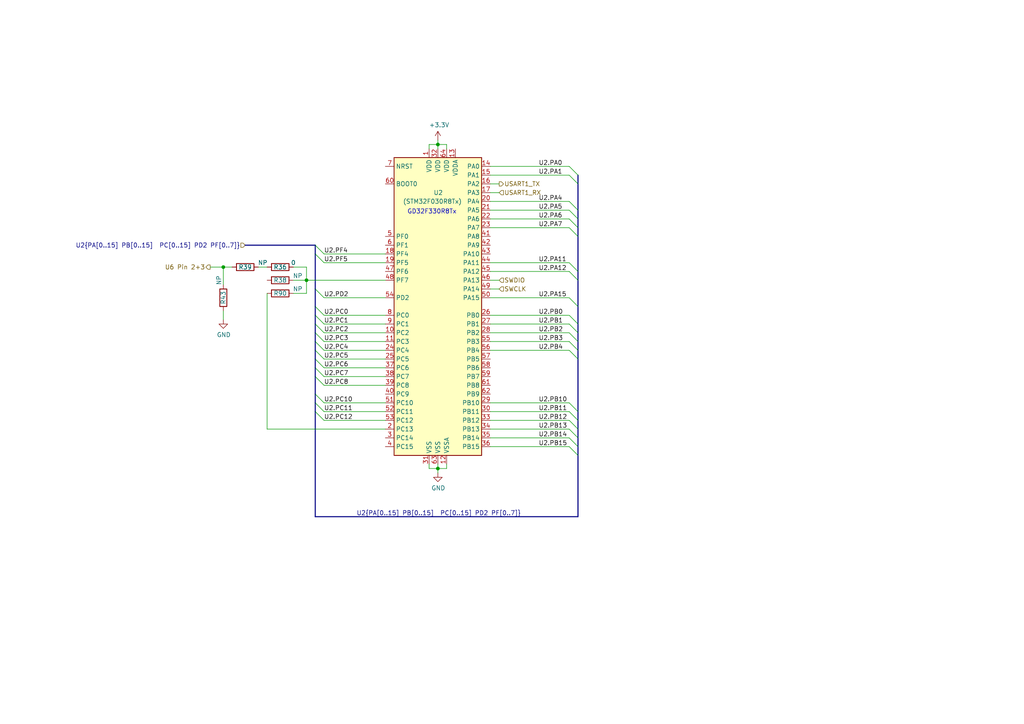
<source format=kicad_sch>
(kicad_sch (version 20211123) (generator eeschema)
  (paper "A4")
  (title_block (title "YardForce Classic 500B CoverUI") (date "2023-08-12") (rev "0.1") (comment 1 "(c) Apehaenger") (comment 2 "For https://openmower.de"))
  (lib_symbols
    (symbol "Device:R" (pin_numbers hide) (pin_names (offset 0))
      (property "Reference" "R" (at 2.032 0 90))
      (property "Value" "R" (at 0 0 90))
      (symbol "R_0_1"
        (rectangle (start -1.016 -2.54) (end 1.016 2.54) (stroke (width 0.254)))
      )
      (symbol "R_1_1"
        (pin passive line (at 0 3.81 270) (length 1.27) (name "~") (number "1"))
        (pin passive line (at 0 -3.81 90) (length 1.27) (name "~") (number "2"))
      )
    )
    (symbol "MCU_ST_STM32F0:STM32F030R8Tx"
      (property "Reference" "U" (at -12.7 44.45 0))
      (property "Value" "STM32F030R8Tx" (at 7.62 44.45 0))
      (symbol "STM32F030R8Tx_0_1"
        (rectangle (start -12.7 -43.18) (end 12.7 43.18) (stroke (width 0.254)) (fill (type background)))
      )
      (symbol "STM32F030R8Tx_1_1"
        (pin power_in line (at -2.54 45.72 270) (length 2.54) (name "VDD") (number "1"))
        (pin bidirectional line (at -15.24 -7.62 0) (length 2.54) (name "PC2") (number "10"))
        (pin bidirectional line (at -15.24 -10.16 0) (length 2.54) (name "PC3") (number "11"))
        (pin power_in line (at 2.54 -45.72 90) (length 2.54) (name "VSSA") (number "12"))
        (pin power_in line (at 5.08 45.72 270) (length 2.54) (name "VDDA") (number "13"))
        (pin bidirectional line (at 15.24 40.64 180) (length 2.54) (name "PA0") (number "14"))
        (pin bidirectional line (at 15.24 38.1 180) (length 2.54) (name "PA1") (number "15"))
        (pin bidirectional line (at 15.24 35.56 180) (length 2.54) (name "PA2") (number "16"))
        (pin bidirectional line (at 15.24 33.02 180) (length 2.54) (name "PA3") (number "17"))
        (pin bidirectional line (at -15.24 15.24 0) (length 2.54) (name "PF4") (number "18"))
        (pin bidirectional line (at -15.24 12.7 0) (length 2.54) (name "PF5") (number "19"))
        (pin bidirectional line (at -15.24 -35.56 0) (length 2.54) (name "PC13") (number "2"))
        (pin bidirectional line (at 15.24 30.48 180) (length 2.54) (name "PA4") (number "20"))
        (pin bidirectional line (at 15.24 27.94 180) (length 2.54) (name "PA5") (number "21"))
        (pin bidirectional line (at 15.24 25.4 180) (length 2.54) (name "PA6") (number "22"))
        (pin bidirectional line (at 15.24 22.86 180) (length 2.54) (name "PA7") (number "23"))
        (pin bidirectional line (at -15.24 -12.7 0) (length 2.54) (name "PC4") (number "24"))
        (pin bidirectional line (at -15.24 -15.24 0) (length 2.54) (name "PC5") (number "25"))
        (pin bidirectional line (at 15.24 -2.54 180) (length 2.54) (name "PB0") (number "26"))
        (pin bidirectional line (at 15.24 -5.08 180) (length 2.54) (name "PB1") (number "27"))
        (pin bidirectional line (at 15.24 -7.62 180) (length 2.54) (name "PB2") (number "28"))
        (pin bidirectional line (at 15.24 -27.94 180) (length 2.54) (name "PB10") (number "29"))
        (pin bidirectional line (at -15.24 -38.1 0) (length 2.54) (name "PC14") (number "3"))
        (pin bidirectional line (at 15.24 -30.48 180) (length 2.54) (name "PB11") (number "30"))
        (pin power_in line (at -2.54 -45.72 90) (length 2.54) (name "VSS") (number "31"))
        (pin power_in line (at 0 45.72 270) (length 2.54) (name "VDD") (number "32"))
        (pin bidirectional line (at 15.24 -33.02 180) (length 2.54) (name "PB12") (number "33"))
        (pin bidirectional line (at 15.24 -35.56 180) (length 2.54) (name "PB13") (number "34"))
        (pin bidirectional line (at 15.24 -38.1 180) (length 2.54) (name "PB14") (number "35"))
        (pin bidirectional line (at 15.24 -40.64 180) (length 2.54) (name "PB15") (number "36"))
        (pin bidirectional line (at -15.24 -17.78 0) (length 2.54) (name "PC6") (number "37"))
        (pin bidirectional line (at -15.24 -20.32 0) (length 2.54) (name "PC7") (number "38"))
        (pin bidirectional line (at -15.24 -22.86 0) (length 2.54) (name "PC8") (number "39"))
        (pin bidirectional line (at -15.24 -40.64 0) (length 2.54) (name "PC15") (number "4"))
        (pin bidirectional line (at -15.24 -25.4 0) (length 2.54) (name "PC9") (number "40"))
        (pin bidirectional line (at 15.24 20.32 180) (length 2.54) (name "PA8") (number "41"))
        (pin bidirectional line (at 15.24 17.78 180) (length 2.54) (name "PA9") (number "42"))
        (pin bidirectional line (at 15.24 15.24 180) (length 2.54) (name "PA10") (number "43"))
        (pin bidirectional line (at 15.24 12.7 180) (length 2.54) (name "PA11") (number "44"))
        (pin bidirectional line (at 15.24 10.16 180) (length 2.54) (name "PA12") (number "45"))
        (pin bidirectional line (at 15.24 7.62 180) (length 2.54) (name "PA13") (number "46"))
        (pin bidirectional line (at -15.24 10.16 0) (length 2.54) (name "PF6") (number "47"))
        (pin bidirectional line (at -15.24 7.62 0) (length 2.54) (name "PF7") (number "48"))
        (pin bidirectional line (at 15.24 5.08 180) (length 2.54) (name "PA14") (number "49"))
        (pin input line (at -15.24 20.32 0) (length 2.54) (name "PF0") (number "5"))
        (pin bidirectional line (at 15.24 2.54 180) (length 2.54) (name "PA15") (number "50"))
        (pin bidirectional line (at -15.24 -27.94 0) (length 2.54) (name "PC10") (number "51"))
        (pin bidirectional line (at -15.24 -30.48 0) (length 2.54) (name "PC11") (number "52"))
        (pin bidirectional line (at -15.24 -33.02 0) (length 2.54) (name "PC12") (number "53"))
        (pin bidirectional line (at -15.24 2.54 0) (length 2.54) (name "PD2") (number "54"))
        (pin bidirectional line (at 15.24 -10.16 180) (length 2.54) (name "PB3") (number "55"))
        (pin bidirectional line (at 15.24 -12.7 180) (length 2.54) (name "PB4") (number "56"))
        (pin bidirectional line (at 15.24 -15.24 180) (length 2.54) (name "PB5") (number "57"))
        (pin bidirectional line (at 15.24 -17.78 180) (length 2.54) (name "PB6") (number "58"))
        (pin bidirectional line (at 15.24 -20.32 180) (length 2.54) (name "PB7") (number "59"))
        (pin input line (at -15.24 17.78 0) (length 2.54) (name "PF1") (number "6"))
        (pin input line (at -15.24 35.56 0) (length 2.54) (name "BOOT0") (number "60"))
        (pin bidirectional line (at 15.24 -22.86 180) (length 2.54) (name "PB8") (number "61"))
        (pin bidirectional line (at 15.24 -25.4 180) (length 2.54) (name "PB9") (number "62"))
        (pin power_in line (at 0 -45.72 90) (length 2.54) (name "VSS") (number "63"))
        (pin power_in line (at 2.54 45.72 270) (length 2.54) (name "VDD") (number "64"))
        (pin input line (at -15.24 40.64 0) (length 2.54) (name "NRST") (number "7"))
        (pin bidirectional line (at -15.24 -2.54 0) (length 2.54) (name "PC0") (number "8"))
        (pin bidirectional line (at -15.24 -5.08 0) (length 2.54) (name "PC1") (number "9"))
      )
    )
    (symbol "power:+3.3V" (power) (pin_names (offset 0))
      (property "Value" "+3.3V" (at 0 3.556 0))
      (symbol "+3.3V_0_1"
        (polyline (pts (xy -0.762 1.27) (xy 0 2.54)))
        (polyline (pts (xy 0 0) (xy 0 2.54)))
        (polyline (pts (xy 0 2.54) (xy 0.762 1.27)))
      )
      (symbol "+3.3V_1_1"
        (pin power_in line (at 0 0 90) (length 0) hide (name "+3.3V") (number "1"))
      )
    )
    (symbol "power:GND" (power) (pin_names (offset 0))
      (property "Value" "GND" (at 0 -3.81 0))
      (symbol "GND_0_1"
        (polyline (pts (xy 0 0) (xy 0 -1.27) (xy 1.27 -1.27) (xy 0 -2.54) (xy -1.27 -1.27) (xy 0 -1.27)))
      )
      (symbol "GND_1_1"
        (pin power_in line (at 0 0 270) (length 0) hide (name "GND") (number "1"))
      )
    )
  )
  (junction (at 127 135.89))
  (junction (at 127 41.91))
  (junction (at 88.9 81.28))
  (junction (at 64.77 77.47))
  (bus_entry (at 167.64 119.38) (size -2.54 -2.54))
  (bus_entry (at 167.64 99.06) (size -2.54 -2.54))
  (bus_entry (at 91.44 109.22) (size 2.54 2.54))
  (bus_entry (at 167.64 63.5) (size -2.54 -2.54))
  (bus_entry (at 91.44 73.66) (size 2.54 2.54))
  (bus_entry (at 91.44 91.44) (size 2.54 2.54))
  (bus_entry (at 167.64 132.08) (size -2.54 -2.54))
  (bus_entry (at 167.64 53.34) (size -2.54 -2.54))
  (bus_entry (at 167.64 121.92) (size -2.54 -2.54))
  (bus_entry (at 91.44 119.38) (size 2.54 2.54))
  (bus_entry (at 91.44 83.82) (size 2.54 2.54))
  (bus_entry (at 167.64 68.58) (size -2.54 -2.54))
  (bus_entry (at 167.64 60.96) (size -2.54 -2.54))
  (bus_entry (at 167.64 124.46) (size -2.54 -2.54))
  (bus_entry (at 167.64 50.8) (size -2.54 -2.54))
  (bus_entry (at 167.64 88.9) (size -2.54 -2.54))
  (bus_entry (at 167.64 66.04) (size -2.54 -2.54))
  (bus_entry (at 91.44 101.6) (size 2.54 2.54))
  (bus_entry (at 91.44 104.14) (size 2.54 2.54))
  (bus_entry (at 91.44 96.52) (size 2.54 2.54))
  (bus_entry (at 165.1 78.74) (size 2.54 2.54))
  (bus_entry (at 167.64 101.6) (size -2.54 -2.54))
  (bus_entry (at 167.64 127) (size -2.54 -2.54))
  (bus_entry (at 91.44 106.68) (size 2.54 2.54))
  (bus_entry (at 91.44 93.98) (size 2.54 2.54))
  (bus_entry (at 167.64 93.98) (size -2.54 -2.54))
  (bus_entry (at 91.44 88.9) (size 2.54 2.54))
  (bus_entry (at 91.44 116.84) (size 2.54 2.54))
  (bus_entry (at 167.64 96.52) (size -2.54 -2.54))
  (bus_entry (at 91.44 71.12) (size 2.54 2.54))
  (bus_entry (at 91.44 99.06) (size 2.54 2.54))
  (bus_entry (at 167.64 78.74) (size -2.54 -2.54))
  (bus_entry (at 167.64 129.54) (size -2.54 -2.54))
  (bus_entry (at 167.64 104.14) (size -2.54 -2.54))
  (bus_entry (at 91.44 114.3) (size 2.54 2.54))
  (wire (pts (xy 142.24 81.28) (xy 144.78 81.28)))
  (bus (pts (xy 167.64 93.98) (xy 167.64 96.52)))
  (wire (pts (xy 93.98 111.76) (xy 111.76 111.76)))
  (bus (pts (xy 167.64 88.9) (xy 167.64 93.98)))
  (wire (pts (xy 142.24 121.92) (xy 165.1 121.92)))
  (wire (pts (xy 93.98 109.22) (xy 111.76 109.22)))
  (bus (pts (xy 167.64 121.92) (xy 167.64 124.46)))
  (bus (pts (xy 167.64 50.8) (xy 167.64 53.34)))
  (wire (pts (xy 142.24 101.6) (xy 165.1 101.6)))
  (wire (pts (xy 129.54 41.91) (xy 127 41.91)))
  (bus (pts (xy 167.64 124.46) (xy 167.64 127)))
  (bus (pts (xy 91.44 119.38) (xy 91.44 149.86)))
  (wire (pts (xy 142.24 60.96) (xy 165.1 60.96)))
  (bus (pts (xy 91.44 116.84) (xy 91.44 119.38)))
  (wire (pts (xy 129.54 134.62) (xy 129.54 135.89)))
  (wire (pts (xy 142.24 50.8) (xy 165.1 50.8)))
  (wire (pts (xy 142.24 78.74) (xy 165.1 78.74)))
  (bus (pts (xy 167.64 101.6) (xy 167.64 104.14)))
  (wire (pts (xy 64.77 90.17) (xy 64.77 92.71)))
  (wire (pts (xy 142.24 93.98) (xy 165.1 93.98)))
  (wire (pts (xy 93.98 104.14) (xy 111.76 104.14)))
  (wire (pts (xy 85.09 81.28) (xy 88.9 81.28)))
  (bus (pts (xy 167.64 149.86) (xy 91.44 149.86)))
  (bus (pts (xy 71.12 71.12) (xy 91.44 71.12)))
  (wire (pts (xy 142.24 99.06) (xy 165.1 99.06)))
  (bus (pts (xy 167.64 66.04) (xy 167.64 68.58)))
  (wire (pts (xy 93.98 116.84) (xy 111.76 116.84)))
  (bus (pts (xy 91.44 104.14) (xy 91.44 106.68)))
  (wire (pts (xy 93.98 91.44) (xy 111.76 91.44)))
  (wire (pts (xy 124.46 41.91) (xy 127 41.91)))
  (wire (pts (xy 142.24 66.04) (xy 165.1 66.04)))
  (wire (pts (xy 93.98 121.92) (xy 111.76 121.92)))
  (wire (pts (xy 77.47 85.09) (xy 77.47 124.46)))
  (wire (pts (xy 64.77 77.47) (xy 64.77 82.55)))
  (wire (pts (xy 142.24 119.38) (xy 165.1 119.38)))
  (wire (pts (xy 142.24 76.2) (xy 165.1 76.2)))
  (wire (pts (xy 88.9 85.09) (xy 85.09 85.09)))
  (wire (pts (xy 60.96 77.47) (xy 64.77 77.47)))
  (wire (pts (xy 88.9 77.47) (xy 88.9 81.28)))
  (wire (pts (xy 93.98 101.6) (xy 111.76 101.6)))
  (bus (pts (xy 91.44 88.9) (xy 91.44 91.44)))
  (wire (pts (xy 127 135.89) (xy 127 137.16)))
  (bus (pts (xy 167.64 129.54) (xy 167.64 132.08)))
  (bus (pts (xy 167.64 60.96) (xy 167.64 63.5)))
  (wire (pts (xy 142.24 63.5) (xy 165.1 63.5)))
  (wire (pts (xy 93.98 99.06) (xy 111.76 99.06)))
  (wire (pts (xy 129.54 43.18) (xy 129.54 41.91)))
  (wire (pts (xy 127 41.91) (xy 127 40.64)))
  (wire (pts (xy 142.24 83.82) (xy 144.78 83.82)))
  (wire (pts (xy 124.46 135.89) (xy 127 135.89)))
  (wire (pts (xy 142.24 53.34) (xy 144.78 53.34)))
  (wire (pts (xy 88.9 81.28) (xy 111.76 81.28)))
  (bus (pts (xy 167.64 68.58) (xy 167.64 78.74)))
  (bus (pts (xy 167.64 63.5) (xy 167.64 66.04)))
  (bus (pts (xy 91.44 99.06) (xy 91.44 101.6)))
  (bus (pts (xy 91.44 114.3) (xy 91.44 116.84)))
  (bus (pts (xy 91.44 73.66) (xy 91.44 83.82)))
  (wire (pts (xy 142.24 127) (xy 165.1 127)))
  (wire (pts (xy 93.98 73.66) (xy 111.76 73.66)))
  (wire (pts (xy 142.24 116.84) (xy 165.1 116.84)))
  (bus (pts (xy 91.44 101.6) (xy 91.44 104.14)))
  (bus (pts (xy 167.64 96.52) (xy 167.64 99.06)))
  (wire (pts (xy 129.54 135.89) (xy 127 135.89)))
  (bus (pts (xy 167.64 78.74) (xy 167.64 81.28)))
  (wire (pts (xy 93.98 106.68) (xy 111.76 106.68)))
  (wire (pts (xy 142.24 58.42) (xy 165.1 58.42)))
  (bus (pts (xy 167.64 132.08) (xy 167.64 149.86)))
  (wire (pts (xy 142.24 48.26) (xy 165.1 48.26)))
  (bus (pts (xy 91.44 96.52) (xy 91.44 99.06)))
  (wire (pts (xy 142.24 96.52) (xy 165.1 96.52)))
  (wire (pts (xy 127 134.62) (xy 127 135.89)))
  (wire (pts (xy 142.24 124.46) (xy 165.1 124.46)))
  (bus (pts (xy 91.44 83.82) (xy 91.44 88.9)))
  (bus (pts (xy 91.44 109.22) (xy 91.44 114.3)))
  (wire (pts (xy 142.24 86.36) (xy 165.1 86.36)))
  (wire (pts (xy 93.98 86.36) (xy 111.76 86.36)))
  (wire (pts (xy 93.98 119.38) (xy 111.76 119.38)))
  (bus (pts (xy 167.64 53.34) (xy 167.64 60.96)))
  (wire (pts (xy 74.93 77.47) (xy 77.47 77.47)))
  (bus (pts (xy 167.64 104.14) (xy 167.64 119.38)))
  (wire (pts (xy 124.46 43.18) (xy 124.46 41.91)))
  (wire (pts (xy 142.24 55.88) (xy 144.78 55.88)))
  (bus (pts (xy 167.64 127) (xy 167.64 129.54)))
  (bus (pts (xy 167.64 99.06) (xy 167.64 101.6)))
  (bus (pts (xy 167.64 119.38) (xy 167.64 121.92)))
  (bus (pts (xy 167.64 81.28) (xy 167.64 88.9)))
  (bus (pts (xy 91.44 106.68) (xy 91.44 109.22)))
  (wire (pts (xy 77.47 124.46) (xy 111.76 124.46)))
  (wire (pts (xy 127 41.91) (xy 127 43.18)))
  (wire (pts (xy 93.98 76.2) (xy 111.76 76.2)))
  (wire (pts (xy 85.09 77.47) (xy 88.9 77.47)))
  (wire (pts (xy 88.9 81.28) (xy 88.9 85.09)))
  (wire (pts (xy 142.24 91.44) (xy 165.1 91.44)))
  (wire (pts (xy 142.24 129.54) (xy 165.1 129.54)))
  (bus (pts (xy 91.44 71.12) (xy 91.44 73.66)))
  (wire (pts (xy 93.98 93.98) (xy 111.76 93.98)))
  (wire (pts (xy 124.46 134.62) (xy 124.46 135.89)))
  (wire (pts (xy 93.98 96.52) (xy 111.76 96.52)))
  (bus (pts (xy 91.44 93.98) (xy 91.44 96.52)))
  (bus (pts (xy 91.44 91.44) (xy 91.44 93.98)))
  (wire (pts (xy 64.77 77.47) (xy 67.31 77.47)))
  (text "GD32F330R8Tx" (at 118.11 62.23 0) (effects (font (size 1.27 1.27)) (justify left bottom)))
  (label "U2.PB0" (at 156.21 91.44 0))
  (label "U2.PD2" (at 93.98 86.36 0))
  (label "U2.PA5" (at 156.21 60.96 0))
  (label "U2.PA7" (at 156.21 66.04 0))
  (label "U2.PC2" (at 93.98 96.52 0))
  (label "U2.PB3" (at 156.21 99.06 0))
  (label "U2.PC7" (at 93.98 109.22 0))
  (label "U2.PA0" (at 156.21 48.26 0))
  (label "U2{PA[0..15] PB[0..15]  PC[0..15] PD2 PF[0..7]}" (at 151.13 149.86 180))
  (label "U2.PB15" (at 156.21 129.54 0))
  (label "U2.PB11" (at 156.21 119.38 0))
  (label "U2.PA6" (at 156.21 63.5 0))
  (label "U2.PC10" (at 93.98 116.84 0))
  (label "U2.PC4" (at 93.98 101.6 0))
  (label "U2.PF4" (at 93.98 73.66 0))
  (label "U2.PB1" (at 156.21 93.98 0))
  (label "U2.PC1" (at 93.98 93.98 0))
  (label "U2.PC11" (at 93.98 119.38 0))
  (label "U2.PB4" (at 156.21 101.6 0))
  (label "U2.PA4" (at 156.21 58.42 0))
  (label "U2.PC3" (at 93.98 99.06 0))
  (label "U2.PF5" (at 93.98 76.2 0))
  (label "U2.PC0" (at 93.98 91.44 0))
  (label "U2.PC6" (at 93.98 106.68 0))
  (label "U2.PA11" (at 156.21 76.2 0))
  (label "U2.PC5" (at 93.98 104.14 0))
  (label "U2.PB14" (at 156.21 127 0))
  (label "U2.PB12" (at 156.21 121.92 0))
  (label "U2.PA12" (at 156.21 78.74 0))
  (label "U2.PA1" (at 156.21 50.8 0))
  (label "U2.PA15" (at 156.21 86.36 0))
  (label "U2.PB2" (at 156.21 96.52 0))
  (label "U2.PB13" (at 156.21 124.46 0))
  (label "U2.PC8" (at 93.98 111.76 0))
  (label "U2.PC12" (at 93.98 121.92 0))
  (label "U2.PB10" (at 156.21 116.84 0))
  (hierarchical_label "SWCLK" (shape input) (at 144.78 83.82 0))
  (hierarchical_label "USART1_TX" (shape output) (at 144.78 53.34 0))
  (hierarchical_label "U2{PA[0..15] PB[0..15]  PC[0..15] PD2 PF[0..7]}" (shape input) (at 71.12 71.12 180))
  (hierarchical_label "SWDIO" (shape input) (at 144.78 81.28 0))
  (hierarchical_label "U6 Pin 2+3" (shape output) (at 60.96 77.47 180))
  (hierarchical_label "USART1_RX" (shape input) (at 144.78 55.88 0))
  (symbol (lib_id "power:GND") (at 64.77 92.71 0) (unit 1)
    (property "Reference" "#PWR?" (effects hide))
    (property "Value" "GND" (at 64.897 97.1042 0))
  )
  (symbol (lib_id "Device:R") (at 81.28 85.09 90) (unit 1)
    (property "Reference" "R90" (at 81.28 85.09 90))
    (property "Value" "NP" (at 86.36 83.82 90))
  )
  (symbol (lib_id "Device:R") (at 71.12 77.47 90) (unit 1)
    (property "Reference" "R39" (at 71.12 77.47 90))
    (property "Value" "NP" (at 76.2 76.2 90))
  )
  (symbol (lib_id "power:+3.3V") (at 127 40.64 0) (unit 1)
    (property "Reference" "#PWR?" (effects hide))
    (property "Value" "+3.3V" (at 127.381 36.2458 0))
  )
  (symbol (lib_id "Device:R") (at 81.28 77.47 90) (unit 1)
    (property "Reference" "R36" (at 81.28 77.47 90))
    (property "Value" "0" (at 85.09 76.2 90))
  )
  (symbol (lib_id "power:GND") (at 127 137.16 0) (unit 1)
    (property "Reference" "#PWR?" (effects hide))
    (property "Value" "GND" (at 127.127 141.5542 0))
  )
  (symbol (lib_id "MCU_ST_STM32F0:STM32F030R8Tx") (at 127 88.9 0) (unit 1)
    (property "Reference" "U2" (at 125.73 55.88 0) (effects (justify left)))
    (property "Value" "(STM32F030R8Tx)" (at 116.84 58.42 0) (effects (justify left)))
    (property "Footprint" "Package_QFP:LQFP-64_10x10mm_P0.5mm" (effects hide))
    (property "Datasheet" "http://www.st.com/st-web-ui/static/active/en/resource/technical/document/datasheet/DM00088500.pdf" (effects hide))
  )
  (symbol (lib_id "Device:R") (at 64.77 86.36 180) (unit 1)
    (property "Reference" "R43" (at 64.77 86.36 90))
    (property "Value" "NP" (at 63.5 81.28 90))
  )
  (symbol (lib_id "Device:R") (at 81.28 81.28 90) (unit 1)
    (property "Reference" "R38" (at 81.28 81.28 90))
    (property "Value" "NP" (at 86.36 80.01 90))
  )
)
</source>
